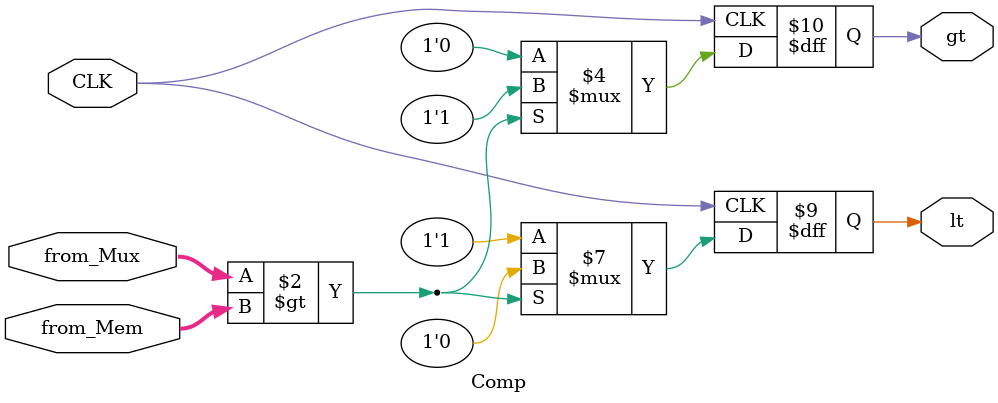
<source format=v>
`timescale 1ns / 1ps


module Comp(from_Mux,from_Mem,CLK,
                lt,gt);

input CLK;
input [5:0] from_Mux,from_Mem;
output reg lt,gt;

always@(posedge CLK)
begin
 if (from_Mux>from_Mem)   //Less Than
begin
lt = 1'b0;
gt = 1'b1;
end
else            //Greater Than
begin
lt = 1'b1;
gt = 1'b0;
end
end
endmodule




</source>
